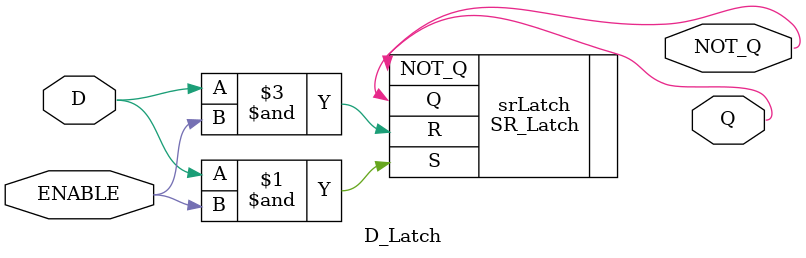
<source format=v>
`timescale 1ns / 1ps
module D_Latch(
    input D,
    input ENABLE,
    
    output Q,
    output NOT_Q
    );
    
    wire not_d;
    
    SR_Latch srLatch(
      .S(D & ENABLE),
      .R(^D & ENABLE),
      .Q(Q),
      .NOT_Q(NOT_Q)
    );
    
endmodule

</source>
